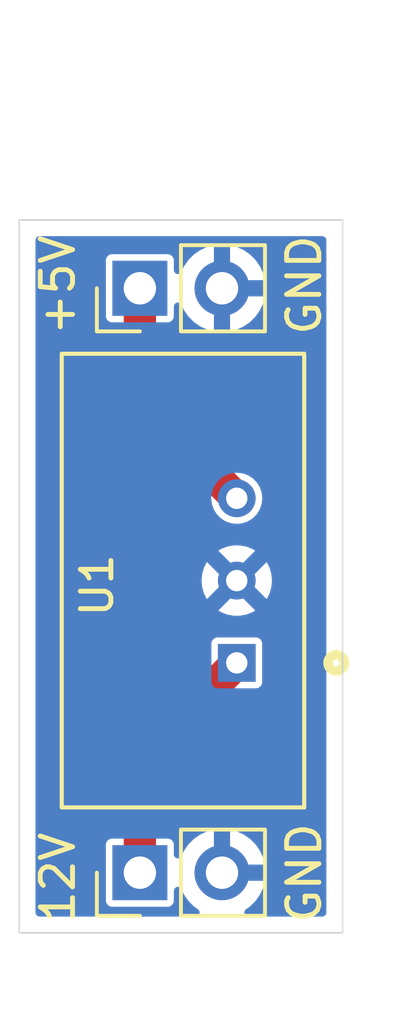
<source format=kicad_pcb>
(kicad_pcb (version 20240108) (generator "pcbnew") (generator_version "8.0")
  (layers (0 "F.Cu" signal) (31 "B.Cu" signal) (34 "B.Paste" user) (35 "F.Paste" user) (36 "B.SilkS" user "B.Silkscreen") (37 "F.SilkS" user "F.Silkscreen") (38 "B.Mask" user) (39 "F.Mask" user) (44 "Edge.Cuts" user))
  (net 0 "")
  (net 1 "GND")
  (net 2 "/+12V")
  (net 3 "Net-(J2-Pin_1)")
  (footprint "Connector_PinHeader_2.54mm:PinHeader_1x02_P2.54mm_Vertical" (layer "F.Cu") (at 136.826 68.834 90)
    (property "Reference" "J2" (hide yes))
    (property "Value" "Conn_01x02")
    (fp_line (start -1.33 -1.33) (end 0 -1.33) (stroke (width 0.12)) (layer "F.SilkS"))
    (fp_line (start -1.33 0) (end -1.33 -1.33) (stroke (width 0.12)) (layer "F.SilkS"))
    (fp_line (start 1.33 1.27) (end 1.33 3.87) (stroke (width 0.12)) (layer "F.SilkS"))
    (fp_line (start -1.33 1.27) (end 1.33 1.27) (stroke (width 0.12)) (layer "F.SilkS"))
    (fp_line (start -1.33 1.27) (end -1.33 3.87) (stroke (width 0.12)) (layer "F.SilkS"))
    (fp_line (start -1.33 3.87) (end 1.33 3.87) (stroke (width 0.12)) (layer "F.SilkS"))
    (pad "1" thru_hole rect (at 0 0 90) (size 1.7 1.7) (drill 1) (layers "*.Cu" "*.Mask") (net 3 "Net-(J2-Pin_1)"))
    (pad "2" thru_hole oval (at 0 2.54 90) (size 1.7 1.7) (drill 1) (layers "*.Cu" "*.Mask") (net 1 "GND"))
  )
  (footprint "NJIT Baja Footprints:TR10S05" (layer "F.Cu") (at 138.299177 80.394285 90)
    (property "Reference" "U1" (at 2.394285 -2.799177 90) (layer "F.SilkS") (effects (font (size 0.94526 0.94526))))
    (property "Value" "TR10S05-Voltage-Regulator")
    (fp_line (start 9.54 -3.89) (end -4.46 -3.89) (stroke (width 0.127)) (layer "F.SilkS"))
    (fp_line (start -4.46 -3.89) (end -4.46 3.61) (stroke (width 0.127)) (layer "F.SilkS"))
    (fp_line (start 9.54 3.61) (end 9.54 -3.89) (stroke (width 0.127)) (layer "F.SilkS"))
    (fp_line (start -4.46 3.61) (end 9.54 3.61) (stroke (width 0.127)) (layer "F.SilkS"))
    (fp_circle (center 0 4.6) (end 0.1 4.6) (stroke (width 0.3)) (fill none) (layer "F.SilkS"))
    (pad "1" thru_hole rect (at 0 1.524 90) (size 1.168 1.168) (drill 0.66) (layers "*.Cu" "*.Mask") (net 2 "/+12V"))
    (pad "2" thru_hole circle (at 2.54 1.524 90) (size 1.168 1.168) (drill 0.66) (layers "*.Cu" "*.Mask") (net 1 "GND"))
    (pad "3" thru_hole circle (at 5.08 1.524 90) (size 1.168 1.168) (drill 0.66) (layers "*.Cu" "*.Mask") (net 3 "Net-(J2-Pin_1)"))
  )
  (footprint "Connector_PinHeader_2.54mm:PinHeader_1x02_P2.54mm_Vertical" (layer "F.Cu") (at 136.826 86.868 90)
    (property "Reference" "J1" (hide yes))
    (property "Value" "Conn_01x02")
    (fp_line (start -1.33 -1.33) (end 0 -1.33) (stroke (width 0.12)) (layer "F.SilkS"))
    (fp_line (start -1.33 0) (end -1.33 -1.33) (stroke (width 0.12)) (layer "F.SilkS"))
    (fp_line (start 1.33 1.27) (end 1.33 3.87) (stroke (width 0.12)) (layer "F.SilkS"))
    (fp_line (start -1.33 1.27) (end 1.33 1.27) (stroke (width 0.12)) (layer "F.SilkS"))
    (fp_line (start -1.33 1.27) (end -1.33 3.87) (stroke (width 0.12)) (layer "F.SilkS"))
    (fp_line (start -1.33 3.87) (end 1.33 3.87) (stroke (width 0.12)) (layer "F.SilkS"))
    (pad "1" thru_hole rect (at 0 0 90) (size 1.7 1.7) (drill 1) (layers "*.Cu" "*.Mask") (net 2 "/+12V"))
    (pad "2" thru_hole oval (at 0 2.54 90) (size 1.7 1.7) (drill 1) (layers "*.Cu" "*.Mask") (net 1 "GND"))
  )
  (gr_rect (start 133.096 66.724) (end 143.096 88.724) (stroke (width 0.05)) (fill none) (layer "Edge.Cuts"))
  (gr_text "GND" (at 142.494 70.358 90) (layer "F.SilkS") (effects (font (size 1 1)) (justify left bottom)))
  (gr_text "+5V" (at 134.874 70.358 90) (layer "F.SilkS") (effects (font (size 1 1)) (justify left bottom)))
  (gr_text "12V" (at 134.874 88.5 90) (layer "F.SilkS") (effects (font (size 1 1)) (justify left bottom)))
  (gr_text "GND" (at 142.494 88.5 90) (layer "F.SilkS") (effects (font (size 1 1)) (justify left bottom)))
  (segment (start 136.826 83.391462) (end 139.823177 80.394285) (width 1) (layer "F.Cu") (net 2))
  (segment (start 136.826 86.868) (end 136.826 83.391462) (width 1) (layer "F.Cu") (net 2))
  (segment (start 136.826 68.834) (end 136.826 72.317108) (width 1) (layer "F.Cu") (net 3))
  (segment (start 136.826 72.317108) (end 139.823177 75.314285) (width 1) (layer "F.Cu") (net 3))
  (zone (net 1) (net_name "GND") (layer "B.Cu") (connect_pads (clearance 0.2)) (min_thickness 0.25) (fill yes (thermal_gap 0.5) (thermal_bridge_width 0.5))
    (polygon (pts (xy 143.5 66.5) (xy 143.5 89) (xy 132.5 89) (xy 132.5 66.5)))
  )
)
</source>
